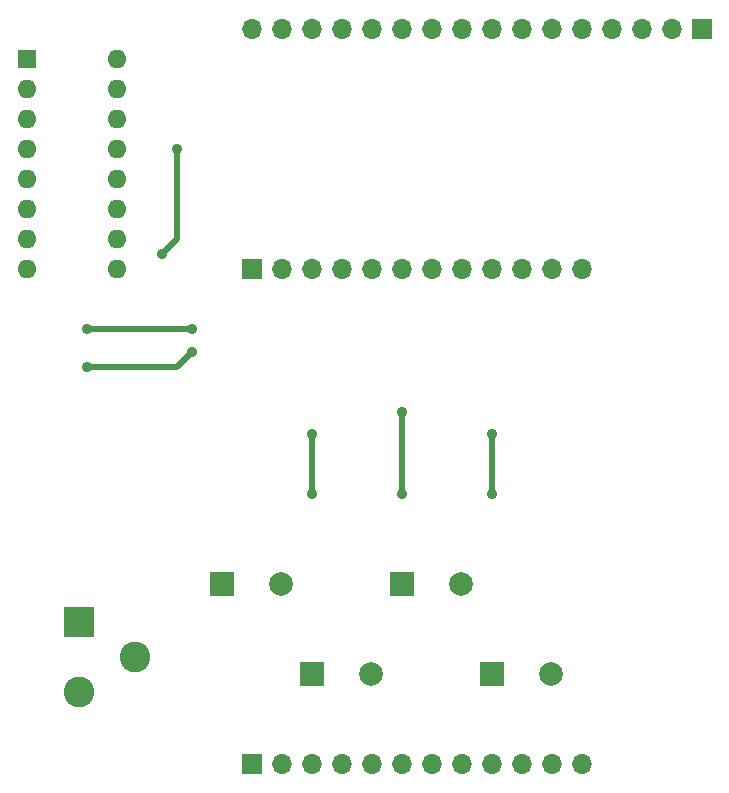
<source format=gbr>
G04 #@! TF.FileFunction,Copper,L1,Top,Signal*
%FSLAX46Y46*%
G04 Gerber Fmt 4.6, Leading zero omitted, Abs format (unit mm)*
G04 Created by KiCad (PCBNEW 4.0.7-e2-6376~58~ubuntu16.04.1) date Fri Nov 24 12:37:30 2017*
%MOMM*%
%LPD*%
G01*
G04 APERTURE LIST*
%ADD10C,0.100000*%
%ADD11R,1.600000X1.600000*%
%ADD12O,1.600000X1.600000*%
%ADD13R,2.000000X2.000000*%
%ADD14C,2.000000*%
%ADD15R,1.700000X1.700000*%
%ADD16O,1.700000X1.700000*%
%ADD17R,2.600000X2.600000*%
%ADD18C,2.600000*%
%ADD19C,0.900000*%
%ADD20C,0.500000*%
G04 APERTURE END LIST*
D10*
D11*
X27940000Y-21590000D03*
D12*
X35560000Y-39370000D03*
X27940000Y-24130000D03*
X35560000Y-36830000D03*
X27940000Y-26670000D03*
X35560000Y-34290000D03*
X27940000Y-29210000D03*
X35560000Y-31750000D03*
X27940000Y-31750000D03*
X35560000Y-29210000D03*
X27940000Y-34290000D03*
X35560000Y-26670000D03*
X27940000Y-36830000D03*
X35560000Y-24130000D03*
X27940000Y-39370000D03*
X35560000Y-21590000D03*
D13*
X67310000Y-73660000D03*
D14*
X72310000Y-73660000D03*
D15*
X46990000Y-81280000D03*
D16*
X49530000Y-81280000D03*
X52070000Y-81280000D03*
X54610000Y-81280000D03*
X57150000Y-81280000D03*
X59690000Y-81280000D03*
X62230000Y-81280000D03*
X64770000Y-81280000D03*
X67310000Y-81280000D03*
X69850000Y-81280000D03*
X72390000Y-81280000D03*
X74930000Y-81280000D03*
D15*
X85090000Y-19050000D03*
D16*
X82550000Y-19050000D03*
X80010000Y-19050000D03*
X77470000Y-19050000D03*
X74930000Y-19050000D03*
X72390000Y-19050000D03*
X69850000Y-19050000D03*
X67310000Y-19050000D03*
X64770000Y-19050000D03*
X62230000Y-19050000D03*
X59690000Y-19050000D03*
X57150000Y-19050000D03*
X54610000Y-19050000D03*
X52070000Y-19050000D03*
X49530000Y-19050000D03*
X46990000Y-19050000D03*
D15*
X46990000Y-39370000D03*
D16*
X49530000Y-39370000D03*
X52070000Y-39370000D03*
X54610000Y-39370000D03*
X57150000Y-39370000D03*
X59690000Y-39370000D03*
X62230000Y-39370000D03*
X64770000Y-39370000D03*
X67310000Y-39370000D03*
X69850000Y-39370000D03*
X72390000Y-39370000D03*
X74930000Y-39370000D03*
D17*
X32385000Y-69215000D03*
D18*
X32385000Y-75215000D03*
X37085000Y-72215000D03*
D13*
X59690000Y-66040000D03*
D14*
X64690000Y-66040000D03*
D13*
X52070000Y-73660000D03*
D14*
X57070000Y-73660000D03*
D13*
X44450000Y-66040000D03*
D14*
X49450000Y-66040000D03*
D19*
X39370000Y-38100000D03*
X40640000Y-29210000D03*
X33020000Y-44450000D03*
X41910000Y-44450000D03*
X33020000Y-47625000D03*
X41910000Y-46355000D03*
X52070000Y-58420000D03*
X52070000Y-53340000D03*
X59690000Y-58420000D03*
X59690000Y-51435000D03*
X67310000Y-58420000D03*
X67310000Y-53340000D03*
D20*
X39370000Y-38100000D02*
X40640000Y-36830000D01*
X40640000Y-36830000D02*
X40640000Y-29210000D01*
X41910000Y-44450000D02*
X33020000Y-44450000D01*
X40640000Y-47625000D02*
X33020000Y-47625000D01*
X41910000Y-46355000D02*
X40640000Y-47625000D01*
X52070000Y-53340000D02*
X52070000Y-58420000D01*
X59690000Y-51435000D02*
X59690000Y-58420000D01*
X67310000Y-58420000D02*
X67310000Y-53340000D01*
M02*

</source>
